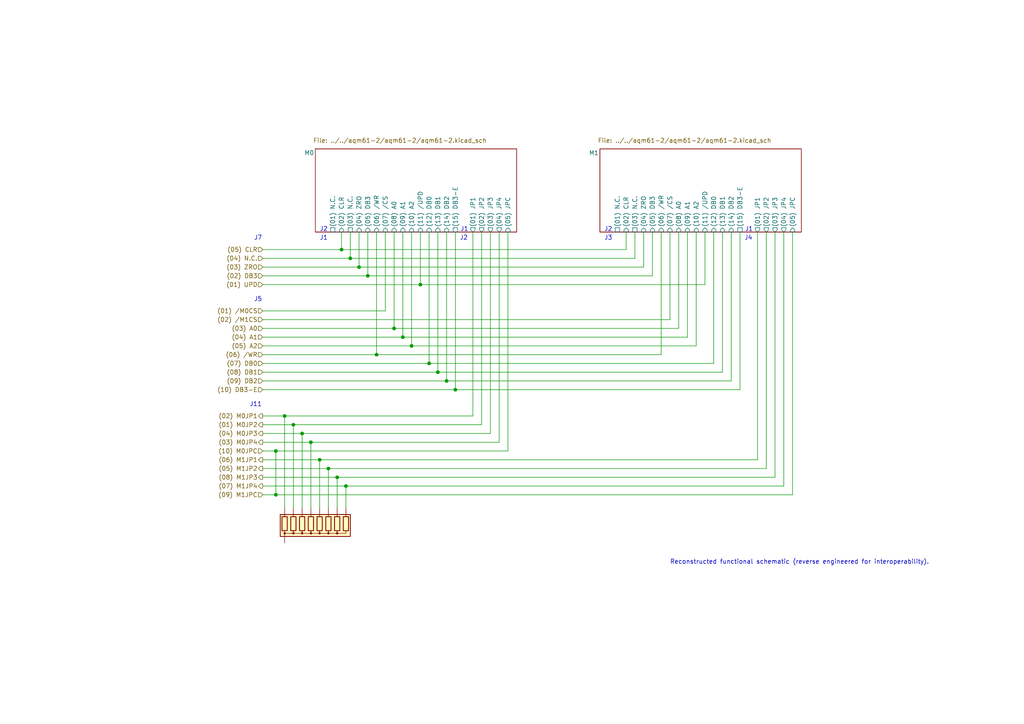
<source format=kicad_sch>
(kicad_sch (version 20211123) (generator eeschema)
  (paper "A4")
  (title_block (title "Control-related circuits") (date "2026-01-24") (rev "1.0") (company "Pozsar Zsolt") (comment 1 "EBE 287.1 analog output module - analog board"))
  (lib_symbols
    (symbol "Device:R_Network08" (pin_numbers hide) (pin_names (offset 0) hide)
      (property "Reference" "RN" (at -12.7 0 90))
      (property "Value" "R_Network08" (at 10.16 0 90))
      (symbol "R_Network08_0_1"
        (rectangle (start -11.43 -3.175) (end 8.89 3.175) (stroke (width 0.254)) (fill (type background)))
        (rectangle (start -10.922 1.524) (end -9.398 -2.54) (stroke (width 0.254)))
        (circle (center -10.16 2.286) (radius 0.254) (fill (type outline)))
        (rectangle (start -8.382 1.524) (end -6.858 -2.54) (stroke (width 0.254)))
        (circle (center -7.62 2.286) (radius 0.254) (fill (type outline)))
        (rectangle (start -5.842 1.524) (end -4.318 -2.54) (stroke (width 0.254)))
        (circle (center -5.08 2.286) (radius 0.254) (fill (type outline)))
        (rectangle (start -3.302 1.524) (end -1.778 -2.54) (stroke (width 0.254)))
        (circle (center -2.54 2.286) (radius 0.254) (fill (type outline)))
        (rectangle (start -0.762 1.524) (end 0.762 -2.54) (stroke (width 0.254)))
        (polyline (pts (xy -10.16 -2.54) (xy -10.16 -3.81)))
        (polyline (pts (xy -7.62 -2.54) (xy -7.62 -3.81)))
        (polyline (pts (xy -5.08 -2.54) (xy -5.08 -3.81)))
        (polyline (pts (xy -2.54 -2.54) (xy -2.54 -3.81)))
        (polyline (pts (xy 0 -2.54) (xy 0 -3.81)))
        (polyline (pts (xy 2.54 -2.54) (xy 2.54 -3.81)))
        (polyline (pts (xy 5.08 -2.54) (xy 5.08 -3.81)))
        (polyline (pts (xy 7.62 -2.54) (xy 7.62 -3.81)))
        (polyline (pts (xy -10.16 1.524) (xy -10.16 2.286) (xy -7.62 2.286) (xy -7.62 1.524)))
        (polyline (pts (xy -7.62 1.524) (xy -7.62 2.286) (xy -5.08 2.286) (xy -5.08 1.524)))
        (polyline (pts (xy -5.08 1.524) (xy -5.08 2.286) (xy -2.54 2.286) (xy -2.54 1.524)))
        (polyline (pts (xy -2.54 1.524) (xy -2.54 2.286) (xy 0 2.286) (xy 0 1.524)))
        (polyline (pts (xy 0 1.524) (xy 0 2.286) (xy 2.54 2.286) (xy 2.54 1.524)))
        (polyline (pts (xy 2.54 1.524) (xy 2.54 2.286) (xy 5.08 2.286) (xy 5.08 1.524)))
        (polyline (pts (xy 5.08 1.524) (xy 5.08 2.286) (xy 7.62 2.286) (xy 7.62 1.524)))
        (circle (center 0 2.286) (radius 0.254) (fill (type outline)))
        (rectangle (start 1.778 1.524) (end 3.302 -2.54) (stroke (width 0.254)))
        (circle (center 2.54 2.286) (radius 0.254) (fill (type outline)))
        (rectangle (start 4.318 1.524) (end 5.842 -2.54) (stroke (width 0.254)))
        (circle (center 5.08 2.286) (radius 0.254) (fill (type outline)))
        (rectangle (start 6.858 1.524) (end 8.382 -2.54) (stroke (width 0.254)))
      )
      (symbol "R_Network08_1_1"
        (pin passive line (at -10.16 5.08 270) (length 2.54) (name "common") (number "1"))
        (pin passive line (at -10.16 -5.08 90) (length 1.27) (name "R1") (number "2"))
        (pin passive line (at -7.62 -5.08 90) (length 1.27) (name "R2") (number "3"))
        (pin passive line (at -5.08 -5.08 90) (length 1.27) (name "R3") (number "4"))
        (pin passive line (at -2.54 -5.08 90) (length 1.27) (name "R4") (number "5"))
        (pin passive line (at 0 -5.08 90) (length 1.27) (name "R5") (number "6"))
        (pin passive line (at 2.54 -5.08 90) (length 1.27) (name "R6") (number "7"))
        (pin passive line (at 5.08 -5.08 90) (length 1.27) (name "R7") (number "8"))
        (pin passive line (at 7.62 -5.08 90) (length 1.27) (name "R8") (number "9"))
      )
    )
  )
  (junction (at 90.17 128.27))
  (junction (at 80.01 130.81))
  (junction (at 119.38 100.33))
  (junction (at 106.68 80.01))
  (junction (at 121.92 82.55))
  (junction (at 109.22 102.87))
  (junction (at 87.63 125.73))
  (junction (at 99.06 72.39))
  (junction (at 95.25 135.89))
  (junction (at 82.55 120.65))
  (junction (at 100.33 140.97))
  (junction (at 92.71 133.35))
  (junction (at 80.01 143.51))
  (junction (at 104.14 77.47))
  (junction (at 101.6 74.93))
  (junction (at 97.79 138.43))
  (junction (at 124.46 105.41))
  (junction (at 114.3 95.25))
  (junction (at 132.08 113.03))
  (junction (at 85.09 123.19))
  (junction (at 127 107.95))
  (junction (at 129.54 110.49))
  (junction (at 116.84 97.79))
  (wire (pts (xy 104.14 77.47) (xy 186.69 77.47)))
  (wire (pts (xy 76.2 125.73) (xy 87.63 125.73)))
  (wire (pts (xy 114.3 95.25) (xy 196.85 95.25)))
  (wire (pts (xy 181.61 72.39) (xy 181.61 67.31)))
  (wire (pts (xy 209.55 107.95) (xy 209.55 67.31)))
  (wire (pts (xy 109.22 67.31) (xy 109.22 102.87)))
  (wire (pts (xy 106.68 80.01) (xy 106.68 67.31)))
  (wire (pts (xy 76.2 133.35) (xy 92.71 133.35)))
  (wire (pts (xy 76.2 110.49) (xy 129.54 110.49)))
  (wire (pts (xy 76.2 77.47) (xy 104.14 77.47)))
  (wire (pts (xy 111.76 67.31) (xy 111.76 90.17)))
  (wire (pts (xy 101.6 67.31) (xy 101.6 74.93)))
  (wire (pts (xy 121.92 67.31) (xy 121.92 82.55)))
  (wire (pts (xy 99.06 72.39) (xy 181.61 72.39)))
  (wire (pts (xy 224.79 67.31) (xy 224.79 138.43)))
  (wire (pts (xy 186.69 77.47) (xy 186.69 67.31)))
  (wire (pts (xy 82.55 120.65) (xy 82.55 147.32)))
  (wire (pts (xy 80.01 130.81) (xy 80.01 143.51)))
  (wire (pts (xy 76.2 74.93) (xy 101.6 74.93)))
  (wire (pts (xy 85.09 123.19) (xy 85.09 147.32)))
  (wire (pts (xy 87.63 125.73) (xy 87.63 147.32)))
  (wire (pts (xy 129.54 110.49) (xy 212.09 110.49)))
  (wire (pts (xy 116.84 67.31) (xy 116.84 97.79)))
  (wire (pts (xy 124.46 67.31) (xy 124.46 105.41)))
  (wire (pts (xy 229.87 143.51) (xy 229.87 67.31)))
  (wire (pts (xy 196.85 67.31) (xy 196.85 95.25)))
  (wire (pts (xy 76.2 72.39) (xy 99.06 72.39)))
  (wire (pts (xy 76.2 97.79) (xy 116.84 97.79)))
  (wire (pts (xy 199.39 97.79) (xy 199.39 67.31)))
  (wire (pts (xy 76.2 123.19) (xy 85.09 123.19)))
  (wire (pts (xy 76.2 113.03) (xy 132.08 113.03)))
  (wire (pts (xy 76.2 102.87) (xy 109.22 102.87)))
  (wire (pts (xy 189.23 80.01) (xy 106.68 80.01)))
  (wire (pts (xy 90.17 128.27) (xy 90.17 147.32)))
  (wire (pts (xy 76.2 107.95) (xy 127 107.95)))
  (wire (pts (xy 76.2 82.55) (xy 121.92 82.55)))
  (wire (pts (xy 119.38 100.33) (xy 201.93 100.33)))
  (wire (pts (xy 144.78 67.31) (xy 144.78 128.27)))
  (wire (pts (xy 124.46 105.41) (xy 207.01 105.41)))
  (wire (pts (xy 116.84 97.79) (xy 199.39 97.79)))
  (wire (pts (xy 76.2 128.27) (xy 90.17 128.27)))
  (wire (pts (xy 97.79 138.43) (xy 97.79 147.32)))
  (wire (pts (xy 76.2 90.17) (xy 111.76 90.17)))
  (wire (pts (xy 76.2 105.41) (xy 124.46 105.41)))
  (wire (pts (xy 142.24 67.31) (xy 142.24 125.73)))
  (wire (pts (xy 76.2 92.71) (xy 194.31 92.71)))
  (wire (pts (xy 99.06 67.31) (xy 99.06 72.39)))
  (wire (pts (xy 219.71 67.31) (xy 219.71 133.35)))
  (wire (pts (xy 100.33 140.97) (xy 100.33 147.32)))
  (wire (pts (xy 127 67.31) (xy 127 107.95)))
  (wire (pts (xy 76.2 130.81) (xy 80.01 130.81)))
  (wire (pts (xy 76.2 135.89) (xy 95.25 135.89)))
  (wire (pts (xy 109.22 102.87) (xy 191.77 102.87)))
  (wire (pts (xy 76.2 143.51) (xy 80.01 143.51)))
  (wire (pts (xy 87.63 125.73) (xy 142.24 125.73)))
  (wire (pts (xy 132.08 113.03) (xy 214.63 113.03)))
  (wire (pts (xy 189.23 67.31) (xy 189.23 80.01)))
  (wire (pts (xy 212.09 67.31) (xy 212.09 110.49)))
  (wire (pts (xy 191.77 67.31) (xy 191.77 102.87)))
  (wire (pts (xy 90.17 128.27) (xy 144.78 128.27)))
  (wire (pts (xy 137.16 67.31) (xy 137.16 120.65)))
  (wire (pts (xy 97.79 138.43) (xy 224.79 138.43)))
  (wire (pts (xy 76.2 120.65) (xy 82.55 120.65)))
  (wire (pts (xy 127 107.95) (xy 209.55 107.95)))
  (wire (pts (xy 82.55 120.65) (xy 137.16 120.65)))
  (wire (pts (xy 222.25 135.89) (xy 222.25 67.31)))
  (wire (pts (xy 119.38 67.31) (xy 119.38 100.33)))
  (wire (pts (xy 76.2 100.33) (xy 119.38 100.33)))
  (wire (pts (xy 207.01 67.31) (xy 207.01 105.41)))
  (wire (pts (xy 80.01 143.51) (xy 229.87 143.51)))
  (wire (pts (xy 201.93 67.31) (xy 201.93 100.33)))
  (wire (pts (xy 80.01 130.81) (xy 147.32 130.81)))
  (wire (pts (xy 227.33 140.97) (xy 227.33 67.31)))
  (wire (pts (xy 76.2 95.25) (xy 114.3 95.25)))
  (wire (pts (xy 85.09 123.19) (xy 139.7 123.19)))
  (wire (pts (xy 184.15 67.31) (xy 184.15 74.93)))
  (wire (pts (xy 76.2 80.01) (xy 106.68 80.01)))
  (wire (pts (xy 184.15 74.93) (xy 101.6 74.93)))
  (wire (pts (xy 139.7 67.31) (xy 139.7 123.19)))
  (wire (pts (xy 92.71 133.35) (xy 92.71 147.32)))
  (wire (pts (xy 132.08 67.31) (xy 132.08 113.03)))
  (wire (pts (xy 147.32 130.81) (xy 147.32 67.31)))
  (wire (pts (xy 121.92 82.55) (xy 204.47 82.55)))
  (wire (pts (xy 92.71 133.35) (xy 219.71 133.35)))
  (wire (pts (xy 129.54 67.31) (xy 129.54 110.49)))
  (wire (pts (xy 95.25 135.89) (xy 95.25 147.32)))
  (wire (pts (xy 194.31 92.71) (xy 194.31 67.31)))
  (wire (pts (xy 76.2 138.43) (xy 97.79 138.43)))
  (wire (pts (xy 100.33 140.97) (xy 227.33 140.97)))
  (wire (pts (xy 104.14 67.31) (xy 104.14 77.47)))
  (wire (pts (xy 76.2 140.97) (xy 100.33 140.97)))
  (wire (pts (xy 95.25 135.89) (xy 222.25 135.89)))
  (wire (pts (xy 204.47 67.31) (xy 204.47 82.55)))
  (wire (pts (xy 114.3 67.31) (xy 114.3 95.25)))
  (wire (pts (xy 214.63 113.03) (xy 214.63 67.31)))
  (text "J2" (at 92.71 67.31 0) (effects (font (size 1.27 1.27)) (justify left bottom)))
  (text "Reconstructed functional schematic (reverse engineered for interoperability)." (at 194.31 163.83 0) (effects (font (size 1.27 1.27)) (justify left bottom)))
  (text "J11" (at 72.39 118.11 0) (effects (font (size 1.27 1.27)) (justify left bottom)))
  (text "J5" (at 73.66 87.63 0) (effects (font (size 1.27 1.27)) (justify left bottom)))
  (text "J2" (at 133.35 69.85 0) (effects (font (size 1.27 1.27)) (justify left bottom)))
  (text "J2" (at 175.26 67.31 0) (effects (font (size 1.27 1.27)) (justify left bottom)))
  (text "J4" (at 215.9 69.85 0) (effects (font (size 1.27 1.27)) (justify left bottom)))
  (text "J1" (at 92.71 69.85 0) (effects (font (size 1.27 1.27)) (justify left bottom)))
  (text "J3" (at 175.26 69.85 0) (effects (font (size 1.27 1.27)) (justify left bottom)))
  (text "J1" (at 218.44 67.31 180) (effects (font (size 1.27 1.27)) (justify right bottom)))
  (text "J1" (at 135.89 67.31 180) (effects (font (size 1.27 1.27)) (justify right bottom)))
  (text "J7" (at 73.66 69.85 0) (effects (font (size 1.27 1.27)) (justify left bottom)))
  (hierarchical_label "(09) M1JPC" (shape input) (at 76.2 143.51 180))
  (hierarchical_label "(04) A1" (shape input) (at 76.2 97.79 180))
  (hierarchical_label "(05) M1JP2" (shape output) (at 76.2 135.89 180))
  (hierarchical_label "(06) M1JP1" (shape output) (at 76.2 133.35 180))
  (hierarchical_label "(10) M0JPC" (shape input) (at 76.2 130.81 180))
  (hierarchical_label "(01) UPD" (shape input) (at 76.2 82.55 180))
  (hierarchical_label "(01) M0JP2" (shape output) (at 76.2 123.19 180))
  (hierarchical_label "(03) A0" (shape input) (at 76.2 95.25 180))
  (hierarchical_label "(02) DB3" (shape input) (at 76.2 80.01 180))
  (hierarchical_label "(06) {slash}WR" (shape input) (at 76.2 102.87 180))
  (hierarchical_label "(02) M0JP1" (shape output) (at 76.2 120.65 180))
  (hierarchical_label "(09) DB2" (shape input) (at 76.2 110.49 180))
  (hierarchical_label "(07) DB0" (shape input) (at 76.2 105.41 180))
  (hierarchical_label "(01) {slash}M0CS" (shape input) (at 76.2 90.17 180))
  (hierarchical_label "(07) M1JP4" (shape output) (at 76.2 140.97 180))
  (hierarchical_label "(03) ZRO" (shape input) (at 76.2 77.47 180))
  (hierarchical_label "(08) M1JP3" (shape output) (at 76.2 138.43 180))
  (hierarchical_label "(04) N.C." (shape input) (at 76.2 74.93 180))
  (hierarchical_label "(08) DB1" (shape input) (at 76.2 107.95 180))
  (hierarchical_label "(03) M0JP4" (shape output) (at 76.2 128.27 180))
  (hierarchical_label "(04) M0JP3" (shape output) (at 76.2 125.73 180))
  (hierarchical_label "(10) DB3-E" (shape input) (at 76.2 113.03 180))
  (hierarchical_label "(05) CLR" (shape input) (at 76.2 72.39 180))
  (hierarchical_label "(02) {slash}M1CS" (shape input) (at 76.2 92.71 180))
  (hierarchical_label "(05) A2" (shape input) (at 76.2 100.33 180))
  (symbol (lib_id "Device:R_Network08") (at 92.71 152.4 0) (mirror x) (unit 1)
    (property "Reference" "RN?" (effects hide))
    (property "Value" "R_Network08" (effects hide))
    (property "Footprint" "Resistor_THT:R_Array_SIP9" (effects hide))
    (property "Datasheet" "http://www.vishay.com/docs/31509/csc.pdf" (effects hide))
  )
  (sheet (at 91.44 43.18) (size 58.42 24.13) (stroke (width 0.1524))
    (property "Sheet name" "M0" (at 88.265 45.085 0) (effects (justify left bottom)))
    (property "Sheet file" "../../aqm61-2/aqm61-2/aqm61-2.kicad_sch" (at 90.805 40.005 0) (effects (justify left top)))
    (pin "(13) DB1" input (at 127 67.31 270))
    (pin "(11) {slash}UPD" input (at 121.92 67.31 270))
    (pin "(12) DB0" input (at 124.46 67.31 270))
    (pin "(15) DB3-E" passive (at 132.08 67.31 270))
    (pin "(14) DB2" input (at 129.54 67.31 270))
    (pin "(10) A2" input (at 119.38 67.31 270))
    (pin "(07) {slash}CS" input (at 111.76 67.31 270))
    (pin "(09) A1" input (at 116.84 67.31 270))
    (pin "(08) A0" input (at 114.3 67.31 270))
    (pin "(03) N.C." passive (at 101.6 67.31 270))
    (pin "(02) CLR" input (at 99.06 67.31 270))
    (pin "(05) DB3" input (at 106.68 67.31 270))
    (pin "(01) JP1" output (at 137.16 67.31 270))
    (pin "(04) ZRO" input (at 104.14 67.31 270))
    (pin "(06) {slash}WR" input (at 109.22 67.31 270))
    (pin "(01) N.C." passive (at 96.52 67.31 270))
    (pin "(04) JP4" output (at 144.78 67.31 270))
    (pin "(03) JP3" output (at 142.24 67.31 270))
    (pin "(02) JP2" output (at 139.7 67.31 270))
    (pin "(05) JPC" input (at 147.32 67.31 270))
  )
  (sheet (at 173.99 43.18) (size 58.42 24.13) (stroke (width 0.1524))
    (property "Sheet name" "M1" (at 170.815 45.085 0) (effects (justify left bottom)))
    (property "Sheet file" "../../aqm61-2/aqm61-2/aqm61-2.kicad_sch" (at 173.355 40.005 0) (effects (justify left top)))
    (pin "(13) DB1" input (at 209.55 67.31 270))
    (pin "(11) {slash}UPD" input (at 204.47 67.31 270))
    (pin "(12) DB0" input (at 207.01 67.31 270))
    (pin "(15) DB3-E" passive (at 214.63 67.31 270))
    (pin "(14) DB2" input (at 212.09 67.31 270))
    (pin "(10) A2" input (at 201.93 67.31 270))
    (pin "(07) {slash}CS" input (at 194.31 67.31 270))
    (pin "(09) A1" input (at 199.39 67.31 270))
    (pin "(08) A0" input (at 196.85 67.31 270))
    (pin "(03) N.C." passive (at 184.15 67.31 270))
    (pin "(02) CLR" input (at 181.61 67.31 270))
    (pin "(05) DB3" input (at 189.23 67.31 270))
    (pin "(01) JP1" output (at 219.71 67.31 270))
    (pin "(04) ZRO" input (at 186.69 67.31 270))
    (pin "(06) {slash}WR" input (at 191.77 67.31 270))
    (pin "(01) N.C." passive (at 179.07 67.31 270))
    (pin "(04) JP4" output (at 227.33 67.31 270))
    (pin "(03) JP3" output (at 224.79 67.31 270))
    (pin "(02) JP2" output (at 222.25 67.31 270))
    (pin "(05) JPC" input (at 229.87 67.31 270))
  )
)
</source>
